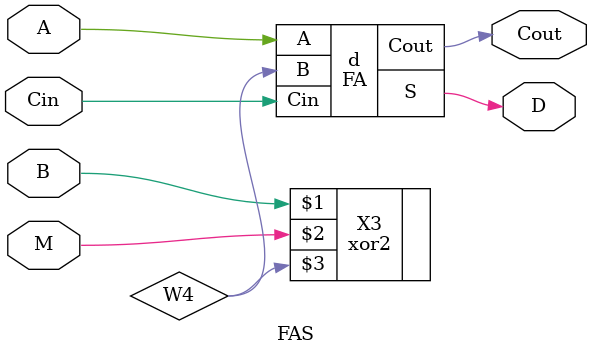
<source format=v>
`include "a1_lib.v"

module FA(A, B, Cin, S, Cout);

input A;
input B;
input Cin;
output S;
output Cout;

wire W1, W2, W3;

xor2 X1(A, B, W1);
and2 A1(W1, Cin, W2);
and2 A2(A, B, W3);
xor2 X2(W1, Cin, S);
or2 O1(W2, W3, Cout);

endmodule


module FAS(M, A, B, Cin, D, Cout);

input M;
input A;
input B;
input Cin;
output D;
output Cout;

wire W4;

xor2 X3(B, M, W4);
FA d(A, W4, Cin, D, Cout);

endmodule

</source>
